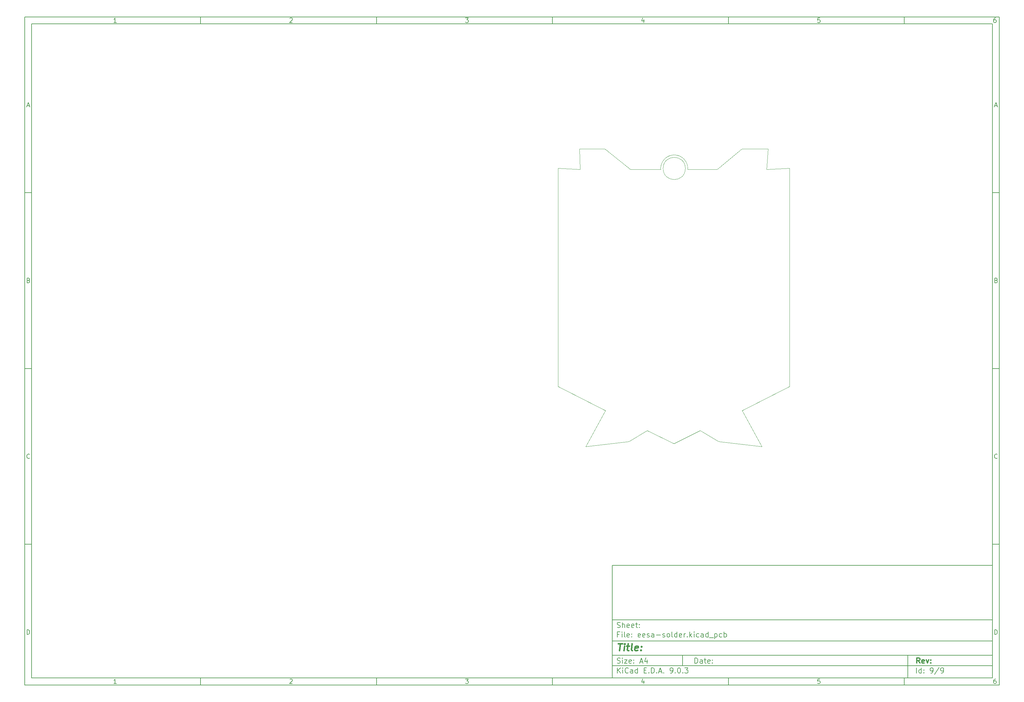
<source format=gbr>
%TF.GenerationSoftware,KiCad,Pcbnew,9.0.3*%
%TF.CreationDate,2025-07-28T16:08:30-05:00*%
%TF.ProjectId,eesa-solder,65657361-2d73-46f6-9c64-65722e6b6963,rev?*%
%TF.SameCoordinates,Original*%
%TF.FileFunction,Profile,NP*%
%FSLAX46Y46*%
G04 Gerber Fmt 4.6, Leading zero omitted, Abs format (unit mm)*
G04 Created by KiCad (PCBNEW 9.0.3) date 2025-07-28 16:08:30*
%MOMM*%
%LPD*%
G01*
G04 APERTURE LIST*
%ADD10C,0.100000*%
%ADD11C,0.150000*%
%ADD12C,0.300000*%
%ADD13C,0.400000*%
%TA.AperFunction,Profile*%
%ADD14C,0.050000*%
%TD*%
G04 APERTURE END LIST*
D10*
D11*
X177002200Y-166007200D02*
X285002200Y-166007200D01*
X285002200Y-198007200D01*
X177002200Y-198007200D01*
X177002200Y-166007200D01*
D10*
D11*
X10000000Y-10000000D02*
X287002200Y-10000000D01*
X287002200Y-200007200D01*
X10000000Y-200007200D01*
X10000000Y-10000000D01*
D10*
D11*
X12000000Y-12000000D02*
X285002200Y-12000000D01*
X285002200Y-198007200D01*
X12000000Y-198007200D01*
X12000000Y-12000000D01*
D10*
D11*
X60000000Y-12000000D02*
X60000000Y-10000000D01*
D10*
D11*
X110000000Y-12000000D02*
X110000000Y-10000000D01*
D10*
D11*
X160000000Y-12000000D02*
X160000000Y-10000000D01*
D10*
D11*
X210000000Y-12000000D02*
X210000000Y-10000000D01*
D10*
D11*
X260000000Y-12000000D02*
X260000000Y-10000000D01*
D10*
D11*
X36089160Y-11593604D02*
X35346303Y-11593604D01*
X35717731Y-11593604D02*
X35717731Y-10293604D01*
X35717731Y-10293604D02*
X35593922Y-10479319D01*
X35593922Y-10479319D02*
X35470112Y-10603128D01*
X35470112Y-10603128D02*
X35346303Y-10665033D01*
D10*
D11*
X85346303Y-10417414D02*
X85408207Y-10355509D01*
X85408207Y-10355509D02*
X85532017Y-10293604D01*
X85532017Y-10293604D02*
X85841541Y-10293604D01*
X85841541Y-10293604D02*
X85965350Y-10355509D01*
X85965350Y-10355509D02*
X86027255Y-10417414D01*
X86027255Y-10417414D02*
X86089160Y-10541223D01*
X86089160Y-10541223D02*
X86089160Y-10665033D01*
X86089160Y-10665033D02*
X86027255Y-10850747D01*
X86027255Y-10850747D02*
X85284398Y-11593604D01*
X85284398Y-11593604D02*
X86089160Y-11593604D01*
D10*
D11*
X135284398Y-10293604D02*
X136089160Y-10293604D01*
X136089160Y-10293604D02*
X135655826Y-10788842D01*
X135655826Y-10788842D02*
X135841541Y-10788842D01*
X135841541Y-10788842D02*
X135965350Y-10850747D01*
X135965350Y-10850747D02*
X136027255Y-10912652D01*
X136027255Y-10912652D02*
X136089160Y-11036461D01*
X136089160Y-11036461D02*
X136089160Y-11345985D01*
X136089160Y-11345985D02*
X136027255Y-11469795D01*
X136027255Y-11469795D02*
X135965350Y-11531700D01*
X135965350Y-11531700D02*
X135841541Y-11593604D01*
X135841541Y-11593604D02*
X135470112Y-11593604D01*
X135470112Y-11593604D02*
X135346303Y-11531700D01*
X135346303Y-11531700D02*
X135284398Y-11469795D01*
D10*
D11*
X185965350Y-10726938D02*
X185965350Y-11593604D01*
X185655826Y-10231700D02*
X185346303Y-11160271D01*
X185346303Y-11160271D02*
X186151064Y-11160271D01*
D10*
D11*
X236027255Y-10293604D02*
X235408207Y-10293604D01*
X235408207Y-10293604D02*
X235346303Y-10912652D01*
X235346303Y-10912652D02*
X235408207Y-10850747D01*
X235408207Y-10850747D02*
X235532017Y-10788842D01*
X235532017Y-10788842D02*
X235841541Y-10788842D01*
X235841541Y-10788842D02*
X235965350Y-10850747D01*
X235965350Y-10850747D02*
X236027255Y-10912652D01*
X236027255Y-10912652D02*
X236089160Y-11036461D01*
X236089160Y-11036461D02*
X236089160Y-11345985D01*
X236089160Y-11345985D02*
X236027255Y-11469795D01*
X236027255Y-11469795D02*
X235965350Y-11531700D01*
X235965350Y-11531700D02*
X235841541Y-11593604D01*
X235841541Y-11593604D02*
X235532017Y-11593604D01*
X235532017Y-11593604D02*
X235408207Y-11531700D01*
X235408207Y-11531700D02*
X235346303Y-11469795D01*
D10*
D11*
X285965350Y-10293604D02*
X285717731Y-10293604D01*
X285717731Y-10293604D02*
X285593922Y-10355509D01*
X285593922Y-10355509D02*
X285532017Y-10417414D01*
X285532017Y-10417414D02*
X285408207Y-10603128D01*
X285408207Y-10603128D02*
X285346303Y-10850747D01*
X285346303Y-10850747D02*
X285346303Y-11345985D01*
X285346303Y-11345985D02*
X285408207Y-11469795D01*
X285408207Y-11469795D02*
X285470112Y-11531700D01*
X285470112Y-11531700D02*
X285593922Y-11593604D01*
X285593922Y-11593604D02*
X285841541Y-11593604D01*
X285841541Y-11593604D02*
X285965350Y-11531700D01*
X285965350Y-11531700D02*
X286027255Y-11469795D01*
X286027255Y-11469795D02*
X286089160Y-11345985D01*
X286089160Y-11345985D02*
X286089160Y-11036461D01*
X286089160Y-11036461D02*
X286027255Y-10912652D01*
X286027255Y-10912652D02*
X285965350Y-10850747D01*
X285965350Y-10850747D02*
X285841541Y-10788842D01*
X285841541Y-10788842D02*
X285593922Y-10788842D01*
X285593922Y-10788842D02*
X285470112Y-10850747D01*
X285470112Y-10850747D02*
X285408207Y-10912652D01*
X285408207Y-10912652D02*
X285346303Y-11036461D01*
D10*
D11*
X60000000Y-198007200D02*
X60000000Y-200007200D01*
D10*
D11*
X110000000Y-198007200D02*
X110000000Y-200007200D01*
D10*
D11*
X160000000Y-198007200D02*
X160000000Y-200007200D01*
D10*
D11*
X210000000Y-198007200D02*
X210000000Y-200007200D01*
D10*
D11*
X260000000Y-198007200D02*
X260000000Y-200007200D01*
D10*
D11*
X36089160Y-199600804D02*
X35346303Y-199600804D01*
X35717731Y-199600804D02*
X35717731Y-198300804D01*
X35717731Y-198300804D02*
X35593922Y-198486519D01*
X35593922Y-198486519D02*
X35470112Y-198610328D01*
X35470112Y-198610328D02*
X35346303Y-198672233D01*
D10*
D11*
X85346303Y-198424614D02*
X85408207Y-198362709D01*
X85408207Y-198362709D02*
X85532017Y-198300804D01*
X85532017Y-198300804D02*
X85841541Y-198300804D01*
X85841541Y-198300804D02*
X85965350Y-198362709D01*
X85965350Y-198362709D02*
X86027255Y-198424614D01*
X86027255Y-198424614D02*
X86089160Y-198548423D01*
X86089160Y-198548423D02*
X86089160Y-198672233D01*
X86089160Y-198672233D02*
X86027255Y-198857947D01*
X86027255Y-198857947D02*
X85284398Y-199600804D01*
X85284398Y-199600804D02*
X86089160Y-199600804D01*
D10*
D11*
X135284398Y-198300804D02*
X136089160Y-198300804D01*
X136089160Y-198300804D02*
X135655826Y-198796042D01*
X135655826Y-198796042D02*
X135841541Y-198796042D01*
X135841541Y-198796042D02*
X135965350Y-198857947D01*
X135965350Y-198857947D02*
X136027255Y-198919852D01*
X136027255Y-198919852D02*
X136089160Y-199043661D01*
X136089160Y-199043661D02*
X136089160Y-199353185D01*
X136089160Y-199353185D02*
X136027255Y-199476995D01*
X136027255Y-199476995D02*
X135965350Y-199538900D01*
X135965350Y-199538900D02*
X135841541Y-199600804D01*
X135841541Y-199600804D02*
X135470112Y-199600804D01*
X135470112Y-199600804D02*
X135346303Y-199538900D01*
X135346303Y-199538900D02*
X135284398Y-199476995D01*
D10*
D11*
X185965350Y-198734138D02*
X185965350Y-199600804D01*
X185655826Y-198238900D02*
X185346303Y-199167471D01*
X185346303Y-199167471D02*
X186151064Y-199167471D01*
D10*
D11*
X236027255Y-198300804D02*
X235408207Y-198300804D01*
X235408207Y-198300804D02*
X235346303Y-198919852D01*
X235346303Y-198919852D02*
X235408207Y-198857947D01*
X235408207Y-198857947D02*
X235532017Y-198796042D01*
X235532017Y-198796042D02*
X235841541Y-198796042D01*
X235841541Y-198796042D02*
X235965350Y-198857947D01*
X235965350Y-198857947D02*
X236027255Y-198919852D01*
X236027255Y-198919852D02*
X236089160Y-199043661D01*
X236089160Y-199043661D02*
X236089160Y-199353185D01*
X236089160Y-199353185D02*
X236027255Y-199476995D01*
X236027255Y-199476995D02*
X235965350Y-199538900D01*
X235965350Y-199538900D02*
X235841541Y-199600804D01*
X235841541Y-199600804D02*
X235532017Y-199600804D01*
X235532017Y-199600804D02*
X235408207Y-199538900D01*
X235408207Y-199538900D02*
X235346303Y-199476995D01*
D10*
D11*
X285965350Y-198300804D02*
X285717731Y-198300804D01*
X285717731Y-198300804D02*
X285593922Y-198362709D01*
X285593922Y-198362709D02*
X285532017Y-198424614D01*
X285532017Y-198424614D02*
X285408207Y-198610328D01*
X285408207Y-198610328D02*
X285346303Y-198857947D01*
X285346303Y-198857947D02*
X285346303Y-199353185D01*
X285346303Y-199353185D02*
X285408207Y-199476995D01*
X285408207Y-199476995D02*
X285470112Y-199538900D01*
X285470112Y-199538900D02*
X285593922Y-199600804D01*
X285593922Y-199600804D02*
X285841541Y-199600804D01*
X285841541Y-199600804D02*
X285965350Y-199538900D01*
X285965350Y-199538900D02*
X286027255Y-199476995D01*
X286027255Y-199476995D02*
X286089160Y-199353185D01*
X286089160Y-199353185D02*
X286089160Y-199043661D01*
X286089160Y-199043661D02*
X286027255Y-198919852D01*
X286027255Y-198919852D02*
X285965350Y-198857947D01*
X285965350Y-198857947D02*
X285841541Y-198796042D01*
X285841541Y-198796042D02*
X285593922Y-198796042D01*
X285593922Y-198796042D02*
X285470112Y-198857947D01*
X285470112Y-198857947D02*
X285408207Y-198919852D01*
X285408207Y-198919852D02*
X285346303Y-199043661D01*
D10*
D11*
X10000000Y-60000000D02*
X12000000Y-60000000D01*
D10*
D11*
X10000000Y-110000000D02*
X12000000Y-110000000D01*
D10*
D11*
X10000000Y-160000000D02*
X12000000Y-160000000D01*
D10*
D11*
X10690476Y-35222176D02*
X11309523Y-35222176D01*
X10566666Y-35593604D02*
X10999999Y-34293604D01*
X10999999Y-34293604D02*
X11433333Y-35593604D01*
D10*
D11*
X11092857Y-84912652D02*
X11278571Y-84974557D01*
X11278571Y-84974557D02*
X11340476Y-85036461D01*
X11340476Y-85036461D02*
X11402380Y-85160271D01*
X11402380Y-85160271D02*
X11402380Y-85345985D01*
X11402380Y-85345985D02*
X11340476Y-85469795D01*
X11340476Y-85469795D02*
X11278571Y-85531700D01*
X11278571Y-85531700D02*
X11154761Y-85593604D01*
X11154761Y-85593604D02*
X10659523Y-85593604D01*
X10659523Y-85593604D02*
X10659523Y-84293604D01*
X10659523Y-84293604D02*
X11092857Y-84293604D01*
X11092857Y-84293604D02*
X11216666Y-84355509D01*
X11216666Y-84355509D02*
X11278571Y-84417414D01*
X11278571Y-84417414D02*
X11340476Y-84541223D01*
X11340476Y-84541223D02*
X11340476Y-84665033D01*
X11340476Y-84665033D02*
X11278571Y-84788842D01*
X11278571Y-84788842D02*
X11216666Y-84850747D01*
X11216666Y-84850747D02*
X11092857Y-84912652D01*
X11092857Y-84912652D02*
X10659523Y-84912652D01*
D10*
D11*
X11402380Y-135469795D02*
X11340476Y-135531700D01*
X11340476Y-135531700D02*
X11154761Y-135593604D01*
X11154761Y-135593604D02*
X11030952Y-135593604D01*
X11030952Y-135593604D02*
X10845238Y-135531700D01*
X10845238Y-135531700D02*
X10721428Y-135407890D01*
X10721428Y-135407890D02*
X10659523Y-135284080D01*
X10659523Y-135284080D02*
X10597619Y-135036461D01*
X10597619Y-135036461D02*
X10597619Y-134850747D01*
X10597619Y-134850747D02*
X10659523Y-134603128D01*
X10659523Y-134603128D02*
X10721428Y-134479319D01*
X10721428Y-134479319D02*
X10845238Y-134355509D01*
X10845238Y-134355509D02*
X11030952Y-134293604D01*
X11030952Y-134293604D02*
X11154761Y-134293604D01*
X11154761Y-134293604D02*
X11340476Y-134355509D01*
X11340476Y-134355509D02*
X11402380Y-134417414D01*
D10*
D11*
X10659523Y-185593604D02*
X10659523Y-184293604D01*
X10659523Y-184293604D02*
X10969047Y-184293604D01*
X10969047Y-184293604D02*
X11154761Y-184355509D01*
X11154761Y-184355509D02*
X11278571Y-184479319D01*
X11278571Y-184479319D02*
X11340476Y-184603128D01*
X11340476Y-184603128D02*
X11402380Y-184850747D01*
X11402380Y-184850747D02*
X11402380Y-185036461D01*
X11402380Y-185036461D02*
X11340476Y-185284080D01*
X11340476Y-185284080D02*
X11278571Y-185407890D01*
X11278571Y-185407890D02*
X11154761Y-185531700D01*
X11154761Y-185531700D02*
X10969047Y-185593604D01*
X10969047Y-185593604D02*
X10659523Y-185593604D01*
D10*
D11*
X287002200Y-60000000D02*
X285002200Y-60000000D01*
D10*
D11*
X287002200Y-110000000D02*
X285002200Y-110000000D01*
D10*
D11*
X287002200Y-160000000D02*
X285002200Y-160000000D01*
D10*
D11*
X285692676Y-35222176D02*
X286311723Y-35222176D01*
X285568866Y-35593604D02*
X286002199Y-34293604D01*
X286002199Y-34293604D02*
X286435533Y-35593604D01*
D10*
D11*
X286095057Y-84912652D02*
X286280771Y-84974557D01*
X286280771Y-84974557D02*
X286342676Y-85036461D01*
X286342676Y-85036461D02*
X286404580Y-85160271D01*
X286404580Y-85160271D02*
X286404580Y-85345985D01*
X286404580Y-85345985D02*
X286342676Y-85469795D01*
X286342676Y-85469795D02*
X286280771Y-85531700D01*
X286280771Y-85531700D02*
X286156961Y-85593604D01*
X286156961Y-85593604D02*
X285661723Y-85593604D01*
X285661723Y-85593604D02*
X285661723Y-84293604D01*
X285661723Y-84293604D02*
X286095057Y-84293604D01*
X286095057Y-84293604D02*
X286218866Y-84355509D01*
X286218866Y-84355509D02*
X286280771Y-84417414D01*
X286280771Y-84417414D02*
X286342676Y-84541223D01*
X286342676Y-84541223D02*
X286342676Y-84665033D01*
X286342676Y-84665033D02*
X286280771Y-84788842D01*
X286280771Y-84788842D02*
X286218866Y-84850747D01*
X286218866Y-84850747D02*
X286095057Y-84912652D01*
X286095057Y-84912652D02*
X285661723Y-84912652D01*
D10*
D11*
X286404580Y-135469795D02*
X286342676Y-135531700D01*
X286342676Y-135531700D02*
X286156961Y-135593604D01*
X286156961Y-135593604D02*
X286033152Y-135593604D01*
X286033152Y-135593604D02*
X285847438Y-135531700D01*
X285847438Y-135531700D02*
X285723628Y-135407890D01*
X285723628Y-135407890D02*
X285661723Y-135284080D01*
X285661723Y-135284080D02*
X285599819Y-135036461D01*
X285599819Y-135036461D02*
X285599819Y-134850747D01*
X285599819Y-134850747D02*
X285661723Y-134603128D01*
X285661723Y-134603128D02*
X285723628Y-134479319D01*
X285723628Y-134479319D02*
X285847438Y-134355509D01*
X285847438Y-134355509D02*
X286033152Y-134293604D01*
X286033152Y-134293604D02*
X286156961Y-134293604D01*
X286156961Y-134293604D02*
X286342676Y-134355509D01*
X286342676Y-134355509D02*
X286404580Y-134417414D01*
D10*
D11*
X285661723Y-185593604D02*
X285661723Y-184293604D01*
X285661723Y-184293604D02*
X285971247Y-184293604D01*
X285971247Y-184293604D02*
X286156961Y-184355509D01*
X286156961Y-184355509D02*
X286280771Y-184479319D01*
X286280771Y-184479319D02*
X286342676Y-184603128D01*
X286342676Y-184603128D02*
X286404580Y-184850747D01*
X286404580Y-184850747D02*
X286404580Y-185036461D01*
X286404580Y-185036461D02*
X286342676Y-185284080D01*
X286342676Y-185284080D02*
X286280771Y-185407890D01*
X286280771Y-185407890D02*
X286156961Y-185531700D01*
X286156961Y-185531700D02*
X285971247Y-185593604D01*
X285971247Y-185593604D02*
X285661723Y-185593604D01*
D10*
D11*
X200458026Y-193793328D02*
X200458026Y-192293328D01*
X200458026Y-192293328D02*
X200815169Y-192293328D01*
X200815169Y-192293328D02*
X201029455Y-192364757D01*
X201029455Y-192364757D02*
X201172312Y-192507614D01*
X201172312Y-192507614D02*
X201243741Y-192650471D01*
X201243741Y-192650471D02*
X201315169Y-192936185D01*
X201315169Y-192936185D02*
X201315169Y-193150471D01*
X201315169Y-193150471D02*
X201243741Y-193436185D01*
X201243741Y-193436185D02*
X201172312Y-193579042D01*
X201172312Y-193579042D02*
X201029455Y-193721900D01*
X201029455Y-193721900D02*
X200815169Y-193793328D01*
X200815169Y-193793328D02*
X200458026Y-193793328D01*
X202600884Y-193793328D02*
X202600884Y-193007614D01*
X202600884Y-193007614D02*
X202529455Y-192864757D01*
X202529455Y-192864757D02*
X202386598Y-192793328D01*
X202386598Y-192793328D02*
X202100884Y-192793328D01*
X202100884Y-192793328D02*
X201958026Y-192864757D01*
X202600884Y-193721900D02*
X202458026Y-193793328D01*
X202458026Y-193793328D02*
X202100884Y-193793328D01*
X202100884Y-193793328D02*
X201958026Y-193721900D01*
X201958026Y-193721900D02*
X201886598Y-193579042D01*
X201886598Y-193579042D02*
X201886598Y-193436185D01*
X201886598Y-193436185D02*
X201958026Y-193293328D01*
X201958026Y-193293328D02*
X202100884Y-193221900D01*
X202100884Y-193221900D02*
X202458026Y-193221900D01*
X202458026Y-193221900D02*
X202600884Y-193150471D01*
X203100884Y-192793328D02*
X203672312Y-192793328D01*
X203315169Y-192293328D02*
X203315169Y-193579042D01*
X203315169Y-193579042D02*
X203386598Y-193721900D01*
X203386598Y-193721900D02*
X203529455Y-193793328D01*
X203529455Y-193793328D02*
X203672312Y-193793328D01*
X204743741Y-193721900D02*
X204600884Y-193793328D01*
X204600884Y-193793328D02*
X204315170Y-193793328D01*
X204315170Y-193793328D02*
X204172312Y-193721900D01*
X204172312Y-193721900D02*
X204100884Y-193579042D01*
X204100884Y-193579042D02*
X204100884Y-193007614D01*
X204100884Y-193007614D02*
X204172312Y-192864757D01*
X204172312Y-192864757D02*
X204315170Y-192793328D01*
X204315170Y-192793328D02*
X204600884Y-192793328D01*
X204600884Y-192793328D02*
X204743741Y-192864757D01*
X204743741Y-192864757D02*
X204815170Y-193007614D01*
X204815170Y-193007614D02*
X204815170Y-193150471D01*
X204815170Y-193150471D02*
X204100884Y-193293328D01*
X205458026Y-193650471D02*
X205529455Y-193721900D01*
X205529455Y-193721900D02*
X205458026Y-193793328D01*
X205458026Y-193793328D02*
X205386598Y-193721900D01*
X205386598Y-193721900D02*
X205458026Y-193650471D01*
X205458026Y-193650471D02*
X205458026Y-193793328D01*
X205458026Y-192864757D02*
X205529455Y-192936185D01*
X205529455Y-192936185D02*
X205458026Y-193007614D01*
X205458026Y-193007614D02*
X205386598Y-192936185D01*
X205386598Y-192936185D02*
X205458026Y-192864757D01*
X205458026Y-192864757D02*
X205458026Y-193007614D01*
D10*
D11*
X177002200Y-194507200D02*
X285002200Y-194507200D01*
D10*
D11*
X178458026Y-196593328D02*
X178458026Y-195093328D01*
X179315169Y-196593328D02*
X178672312Y-195736185D01*
X179315169Y-195093328D02*
X178458026Y-195950471D01*
X179958026Y-196593328D02*
X179958026Y-195593328D01*
X179958026Y-195093328D02*
X179886598Y-195164757D01*
X179886598Y-195164757D02*
X179958026Y-195236185D01*
X179958026Y-195236185D02*
X180029455Y-195164757D01*
X180029455Y-195164757D02*
X179958026Y-195093328D01*
X179958026Y-195093328D02*
X179958026Y-195236185D01*
X181529455Y-196450471D02*
X181458027Y-196521900D01*
X181458027Y-196521900D02*
X181243741Y-196593328D01*
X181243741Y-196593328D02*
X181100884Y-196593328D01*
X181100884Y-196593328D02*
X180886598Y-196521900D01*
X180886598Y-196521900D02*
X180743741Y-196379042D01*
X180743741Y-196379042D02*
X180672312Y-196236185D01*
X180672312Y-196236185D02*
X180600884Y-195950471D01*
X180600884Y-195950471D02*
X180600884Y-195736185D01*
X180600884Y-195736185D02*
X180672312Y-195450471D01*
X180672312Y-195450471D02*
X180743741Y-195307614D01*
X180743741Y-195307614D02*
X180886598Y-195164757D01*
X180886598Y-195164757D02*
X181100884Y-195093328D01*
X181100884Y-195093328D02*
X181243741Y-195093328D01*
X181243741Y-195093328D02*
X181458027Y-195164757D01*
X181458027Y-195164757D02*
X181529455Y-195236185D01*
X182815170Y-196593328D02*
X182815170Y-195807614D01*
X182815170Y-195807614D02*
X182743741Y-195664757D01*
X182743741Y-195664757D02*
X182600884Y-195593328D01*
X182600884Y-195593328D02*
X182315170Y-195593328D01*
X182315170Y-195593328D02*
X182172312Y-195664757D01*
X182815170Y-196521900D02*
X182672312Y-196593328D01*
X182672312Y-196593328D02*
X182315170Y-196593328D01*
X182315170Y-196593328D02*
X182172312Y-196521900D01*
X182172312Y-196521900D02*
X182100884Y-196379042D01*
X182100884Y-196379042D02*
X182100884Y-196236185D01*
X182100884Y-196236185D02*
X182172312Y-196093328D01*
X182172312Y-196093328D02*
X182315170Y-196021900D01*
X182315170Y-196021900D02*
X182672312Y-196021900D01*
X182672312Y-196021900D02*
X182815170Y-195950471D01*
X184172313Y-196593328D02*
X184172313Y-195093328D01*
X184172313Y-196521900D02*
X184029455Y-196593328D01*
X184029455Y-196593328D02*
X183743741Y-196593328D01*
X183743741Y-196593328D02*
X183600884Y-196521900D01*
X183600884Y-196521900D02*
X183529455Y-196450471D01*
X183529455Y-196450471D02*
X183458027Y-196307614D01*
X183458027Y-196307614D02*
X183458027Y-195879042D01*
X183458027Y-195879042D02*
X183529455Y-195736185D01*
X183529455Y-195736185D02*
X183600884Y-195664757D01*
X183600884Y-195664757D02*
X183743741Y-195593328D01*
X183743741Y-195593328D02*
X184029455Y-195593328D01*
X184029455Y-195593328D02*
X184172313Y-195664757D01*
X186029455Y-195807614D02*
X186529455Y-195807614D01*
X186743741Y-196593328D02*
X186029455Y-196593328D01*
X186029455Y-196593328D02*
X186029455Y-195093328D01*
X186029455Y-195093328D02*
X186743741Y-195093328D01*
X187386598Y-196450471D02*
X187458027Y-196521900D01*
X187458027Y-196521900D02*
X187386598Y-196593328D01*
X187386598Y-196593328D02*
X187315170Y-196521900D01*
X187315170Y-196521900D02*
X187386598Y-196450471D01*
X187386598Y-196450471D02*
X187386598Y-196593328D01*
X188100884Y-196593328D02*
X188100884Y-195093328D01*
X188100884Y-195093328D02*
X188458027Y-195093328D01*
X188458027Y-195093328D02*
X188672313Y-195164757D01*
X188672313Y-195164757D02*
X188815170Y-195307614D01*
X188815170Y-195307614D02*
X188886599Y-195450471D01*
X188886599Y-195450471D02*
X188958027Y-195736185D01*
X188958027Y-195736185D02*
X188958027Y-195950471D01*
X188958027Y-195950471D02*
X188886599Y-196236185D01*
X188886599Y-196236185D02*
X188815170Y-196379042D01*
X188815170Y-196379042D02*
X188672313Y-196521900D01*
X188672313Y-196521900D02*
X188458027Y-196593328D01*
X188458027Y-196593328D02*
X188100884Y-196593328D01*
X189600884Y-196450471D02*
X189672313Y-196521900D01*
X189672313Y-196521900D02*
X189600884Y-196593328D01*
X189600884Y-196593328D02*
X189529456Y-196521900D01*
X189529456Y-196521900D02*
X189600884Y-196450471D01*
X189600884Y-196450471D02*
X189600884Y-196593328D01*
X190243742Y-196164757D02*
X190958028Y-196164757D01*
X190100885Y-196593328D02*
X190600885Y-195093328D01*
X190600885Y-195093328D02*
X191100885Y-196593328D01*
X191600884Y-196450471D02*
X191672313Y-196521900D01*
X191672313Y-196521900D02*
X191600884Y-196593328D01*
X191600884Y-196593328D02*
X191529456Y-196521900D01*
X191529456Y-196521900D02*
X191600884Y-196450471D01*
X191600884Y-196450471D02*
X191600884Y-196593328D01*
X193529456Y-196593328D02*
X193815170Y-196593328D01*
X193815170Y-196593328D02*
X193958027Y-196521900D01*
X193958027Y-196521900D02*
X194029456Y-196450471D01*
X194029456Y-196450471D02*
X194172313Y-196236185D01*
X194172313Y-196236185D02*
X194243742Y-195950471D01*
X194243742Y-195950471D02*
X194243742Y-195379042D01*
X194243742Y-195379042D02*
X194172313Y-195236185D01*
X194172313Y-195236185D02*
X194100885Y-195164757D01*
X194100885Y-195164757D02*
X193958027Y-195093328D01*
X193958027Y-195093328D02*
X193672313Y-195093328D01*
X193672313Y-195093328D02*
X193529456Y-195164757D01*
X193529456Y-195164757D02*
X193458027Y-195236185D01*
X193458027Y-195236185D02*
X193386599Y-195379042D01*
X193386599Y-195379042D02*
X193386599Y-195736185D01*
X193386599Y-195736185D02*
X193458027Y-195879042D01*
X193458027Y-195879042D02*
X193529456Y-195950471D01*
X193529456Y-195950471D02*
X193672313Y-196021900D01*
X193672313Y-196021900D02*
X193958027Y-196021900D01*
X193958027Y-196021900D02*
X194100885Y-195950471D01*
X194100885Y-195950471D02*
X194172313Y-195879042D01*
X194172313Y-195879042D02*
X194243742Y-195736185D01*
X194886598Y-196450471D02*
X194958027Y-196521900D01*
X194958027Y-196521900D02*
X194886598Y-196593328D01*
X194886598Y-196593328D02*
X194815170Y-196521900D01*
X194815170Y-196521900D02*
X194886598Y-196450471D01*
X194886598Y-196450471D02*
X194886598Y-196593328D01*
X195886599Y-195093328D02*
X196029456Y-195093328D01*
X196029456Y-195093328D02*
X196172313Y-195164757D01*
X196172313Y-195164757D02*
X196243742Y-195236185D01*
X196243742Y-195236185D02*
X196315170Y-195379042D01*
X196315170Y-195379042D02*
X196386599Y-195664757D01*
X196386599Y-195664757D02*
X196386599Y-196021900D01*
X196386599Y-196021900D02*
X196315170Y-196307614D01*
X196315170Y-196307614D02*
X196243742Y-196450471D01*
X196243742Y-196450471D02*
X196172313Y-196521900D01*
X196172313Y-196521900D02*
X196029456Y-196593328D01*
X196029456Y-196593328D02*
X195886599Y-196593328D01*
X195886599Y-196593328D02*
X195743742Y-196521900D01*
X195743742Y-196521900D02*
X195672313Y-196450471D01*
X195672313Y-196450471D02*
X195600884Y-196307614D01*
X195600884Y-196307614D02*
X195529456Y-196021900D01*
X195529456Y-196021900D02*
X195529456Y-195664757D01*
X195529456Y-195664757D02*
X195600884Y-195379042D01*
X195600884Y-195379042D02*
X195672313Y-195236185D01*
X195672313Y-195236185D02*
X195743742Y-195164757D01*
X195743742Y-195164757D02*
X195886599Y-195093328D01*
X197029455Y-196450471D02*
X197100884Y-196521900D01*
X197100884Y-196521900D02*
X197029455Y-196593328D01*
X197029455Y-196593328D02*
X196958027Y-196521900D01*
X196958027Y-196521900D02*
X197029455Y-196450471D01*
X197029455Y-196450471D02*
X197029455Y-196593328D01*
X197600884Y-195093328D02*
X198529456Y-195093328D01*
X198529456Y-195093328D02*
X198029456Y-195664757D01*
X198029456Y-195664757D02*
X198243741Y-195664757D01*
X198243741Y-195664757D02*
X198386599Y-195736185D01*
X198386599Y-195736185D02*
X198458027Y-195807614D01*
X198458027Y-195807614D02*
X198529456Y-195950471D01*
X198529456Y-195950471D02*
X198529456Y-196307614D01*
X198529456Y-196307614D02*
X198458027Y-196450471D01*
X198458027Y-196450471D02*
X198386599Y-196521900D01*
X198386599Y-196521900D02*
X198243741Y-196593328D01*
X198243741Y-196593328D02*
X197815170Y-196593328D01*
X197815170Y-196593328D02*
X197672313Y-196521900D01*
X197672313Y-196521900D02*
X197600884Y-196450471D01*
D10*
D11*
X177002200Y-191507200D02*
X285002200Y-191507200D01*
D10*
D12*
X264413853Y-193785528D02*
X263913853Y-193071242D01*
X263556710Y-193785528D02*
X263556710Y-192285528D01*
X263556710Y-192285528D02*
X264128139Y-192285528D01*
X264128139Y-192285528D02*
X264270996Y-192356957D01*
X264270996Y-192356957D02*
X264342425Y-192428385D01*
X264342425Y-192428385D02*
X264413853Y-192571242D01*
X264413853Y-192571242D02*
X264413853Y-192785528D01*
X264413853Y-192785528D02*
X264342425Y-192928385D01*
X264342425Y-192928385D02*
X264270996Y-192999814D01*
X264270996Y-192999814D02*
X264128139Y-193071242D01*
X264128139Y-193071242D02*
X263556710Y-193071242D01*
X265628139Y-193714100D02*
X265485282Y-193785528D01*
X265485282Y-193785528D02*
X265199568Y-193785528D01*
X265199568Y-193785528D02*
X265056710Y-193714100D01*
X265056710Y-193714100D02*
X264985282Y-193571242D01*
X264985282Y-193571242D02*
X264985282Y-192999814D01*
X264985282Y-192999814D02*
X265056710Y-192856957D01*
X265056710Y-192856957D02*
X265199568Y-192785528D01*
X265199568Y-192785528D02*
X265485282Y-192785528D01*
X265485282Y-192785528D02*
X265628139Y-192856957D01*
X265628139Y-192856957D02*
X265699568Y-192999814D01*
X265699568Y-192999814D02*
X265699568Y-193142671D01*
X265699568Y-193142671D02*
X264985282Y-193285528D01*
X266199567Y-192785528D02*
X266556710Y-193785528D01*
X266556710Y-193785528D02*
X266913853Y-192785528D01*
X267485281Y-193642671D02*
X267556710Y-193714100D01*
X267556710Y-193714100D02*
X267485281Y-193785528D01*
X267485281Y-193785528D02*
X267413853Y-193714100D01*
X267413853Y-193714100D02*
X267485281Y-193642671D01*
X267485281Y-193642671D02*
X267485281Y-193785528D01*
X267485281Y-192856957D02*
X267556710Y-192928385D01*
X267556710Y-192928385D02*
X267485281Y-192999814D01*
X267485281Y-192999814D02*
X267413853Y-192928385D01*
X267413853Y-192928385D02*
X267485281Y-192856957D01*
X267485281Y-192856957D02*
X267485281Y-192999814D01*
D10*
D11*
X178386598Y-193721900D02*
X178600884Y-193793328D01*
X178600884Y-193793328D02*
X178958026Y-193793328D01*
X178958026Y-193793328D02*
X179100884Y-193721900D01*
X179100884Y-193721900D02*
X179172312Y-193650471D01*
X179172312Y-193650471D02*
X179243741Y-193507614D01*
X179243741Y-193507614D02*
X179243741Y-193364757D01*
X179243741Y-193364757D02*
X179172312Y-193221900D01*
X179172312Y-193221900D02*
X179100884Y-193150471D01*
X179100884Y-193150471D02*
X178958026Y-193079042D01*
X178958026Y-193079042D02*
X178672312Y-193007614D01*
X178672312Y-193007614D02*
X178529455Y-192936185D01*
X178529455Y-192936185D02*
X178458026Y-192864757D01*
X178458026Y-192864757D02*
X178386598Y-192721900D01*
X178386598Y-192721900D02*
X178386598Y-192579042D01*
X178386598Y-192579042D02*
X178458026Y-192436185D01*
X178458026Y-192436185D02*
X178529455Y-192364757D01*
X178529455Y-192364757D02*
X178672312Y-192293328D01*
X178672312Y-192293328D02*
X179029455Y-192293328D01*
X179029455Y-192293328D02*
X179243741Y-192364757D01*
X179886597Y-193793328D02*
X179886597Y-192793328D01*
X179886597Y-192293328D02*
X179815169Y-192364757D01*
X179815169Y-192364757D02*
X179886597Y-192436185D01*
X179886597Y-192436185D02*
X179958026Y-192364757D01*
X179958026Y-192364757D02*
X179886597Y-192293328D01*
X179886597Y-192293328D02*
X179886597Y-192436185D01*
X180458026Y-192793328D02*
X181243741Y-192793328D01*
X181243741Y-192793328D02*
X180458026Y-193793328D01*
X180458026Y-193793328D02*
X181243741Y-193793328D01*
X182386598Y-193721900D02*
X182243741Y-193793328D01*
X182243741Y-193793328D02*
X181958027Y-193793328D01*
X181958027Y-193793328D02*
X181815169Y-193721900D01*
X181815169Y-193721900D02*
X181743741Y-193579042D01*
X181743741Y-193579042D02*
X181743741Y-193007614D01*
X181743741Y-193007614D02*
X181815169Y-192864757D01*
X181815169Y-192864757D02*
X181958027Y-192793328D01*
X181958027Y-192793328D02*
X182243741Y-192793328D01*
X182243741Y-192793328D02*
X182386598Y-192864757D01*
X182386598Y-192864757D02*
X182458027Y-193007614D01*
X182458027Y-193007614D02*
X182458027Y-193150471D01*
X182458027Y-193150471D02*
X181743741Y-193293328D01*
X183100883Y-193650471D02*
X183172312Y-193721900D01*
X183172312Y-193721900D02*
X183100883Y-193793328D01*
X183100883Y-193793328D02*
X183029455Y-193721900D01*
X183029455Y-193721900D02*
X183100883Y-193650471D01*
X183100883Y-193650471D02*
X183100883Y-193793328D01*
X183100883Y-192864757D02*
X183172312Y-192936185D01*
X183172312Y-192936185D02*
X183100883Y-193007614D01*
X183100883Y-193007614D02*
X183029455Y-192936185D01*
X183029455Y-192936185D02*
X183100883Y-192864757D01*
X183100883Y-192864757D02*
X183100883Y-193007614D01*
X184886598Y-193364757D02*
X185600884Y-193364757D01*
X184743741Y-193793328D02*
X185243741Y-192293328D01*
X185243741Y-192293328D02*
X185743741Y-193793328D01*
X186886598Y-192793328D02*
X186886598Y-193793328D01*
X186529455Y-192221900D02*
X186172312Y-193293328D01*
X186172312Y-193293328D02*
X187100883Y-193293328D01*
D10*
D11*
X263458026Y-196593328D02*
X263458026Y-195093328D01*
X264815170Y-196593328D02*
X264815170Y-195093328D01*
X264815170Y-196521900D02*
X264672312Y-196593328D01*
X264672312Y-196593328D02*
X264386598Y-196593328D01*
X264386598Y-196593328D02*
X264243741Y-196521900D01*
X264243741Y-196521900D02*
X264172312Y-196450471D01*
X264172312Y-196450471D02*
X264100884Y-196307614D01*
X264100884Y-196307614D02*
X264100884Y-195879042D01*
X264100884Y-195879042D02*
X264172312Y-195736185D01*
X264172312Y-195736185D02*
X264243741Y-195664757D01*
X264243741Y-195664757D02*
X264386598Y-195593328D01*
X264386598Y-195593328D02*
X264672312Y-195593328D01*
X264672312Y-195593328D02*
X264815170Y-195664757D01*
X265529455Y-196450471D02*
X265600884Y-196521900D01*
X265600884Y-196521900D02*
X265529455Y-196593328D01*
X265529455Y-196593328D02*
X265458027Y-196521900D01*
X265458027Y-196521900D02*
X265529455Y-196450471D01*
X265529455Y-196450471D02*
X265529455Y-196593328D01*
X265529455Y-195664757D02*
X265600884Y-195736185D01*
X265600884Y-195736185D02*
X265529455Y-195807614D01*
X265529455Y-195807614D02*
X265458027Y-195736185D01*
X265458027Y-195736185D02*
X265529455Y-195664757D01*
X265529455Y-195664757D02*
X265529455Y-195807614D01*
X267458027Y-196593328D02*
X267743741Y-196593328D01*
X267743741Y-196593328D02*
X267886598Y-196521900D01*
X267886598Y-196521900D02*
X267958027Y-196450471D01*
X267958027Y-196450471D02*
X268100884Y-196236185D01*
X268100884Y-196236185D02*
X268172313Y-195950471D01*
X268172313Y-195950471D02*
X268172313Y-195379042D01*
X268172313Y-195379042D02*
X268100884Y-195236185D01*
X268100884Y-195236185D02*
X268029456Y-195164757D01*
X268029456Y-195164757D02*
X267886598Y-195093328D01*
X267886598Y-195093328D02*
X267600884Y-195093328D01*
X267600884Y-195093328D02*
X267458027Y-195164757D01*
X267458027Y-195164757D02*
X267386598Y-195236185D01*
X267386598Y-195236185D02*
X267315170Y-195379042D01*
X267315170Y-195379042D02*
X267315170Y-195736185D01*
X267315170Y-195736185D02*
X267386598Y-195879042D01*
X267386598Y-195879042D02*
X267458027Y-195950471D01*
X267458027Y-195950471D02*
X267600884Y-196021900D01*
X267600884Y-196021900D02*
X267886598Y-196021900D01*
X267886598Y-196021900D02*
X268029456Y-195950471D01*
X268029456Y-195950471D02*
X268100884Y-195879042D01*
X268100884Y-195879042D02*
X268172313Y-195736185D01*
X269886598Y-195021900D02*
X268600884Y-196950471D01*
X270458027Y-196593328D02*
X270743741Y-196593328D01*
X270743741Y-196593328D02*
X270886598Y-196521900D01*
X270886598Y-196521900D02*
X270958027Y-196450471D01*
X270958027Y-196450471D02*
X271100884Y-196236185D01*
X271100884Y-196236185D02*
X271172313Y-195950471D01*
X271172313Y-195950471D02*
X271172313Y-195379042D01*
X271172313Y-195379042D02*
X271100884Y-195236185D01*
X271100884Y-195236185D02*
X271029456Y-195164757D01*
X271029456Y-195164757D02*
X270886598Y-195093328D01*
X270886598Y-195093328D02*
X270600884Y-195093328D01*
X270600884Y-195093328D02*
X270458027Y-195164757D01*
X270458027Y-195164757D02*
X270386598Y-195236185D01*
X270386598Y-195236185D02*
X270315170Y-195379042D01*
X270315170Y-195379042D02*
X270315170Y-195736185D01*
X270315170Y-195736185D02*
X270386598Y-195879042D01*
X270386598Y-195879042D02*
X270458027Y-195950471D01*
X270458027Y-195950471D02*
X270600884Y-196021900D01*
X270600884Y-196021900D02*
X270886598Y-196021900D01*
X270886598Y-196021900D02*
X271029456Y-195950471D01*
X271029456Y-195950471D02*
X271100884Y-195879042D01*
X271100884Y-195879042D02*
X271172313Y-195736185D01*
D10*
D11*
X177002200Y-187507200D02*
X285002200Y-187507200D01*
D10*
D13*
X178693928Y-188211638D02*
X179836785Y-188211638D01*
X179015357Y-190211638D02*
X179265357Y-188211638D01*
X180253452Y-190211638D02*
X180420119Y-188878304D01*
X180503452Y-188211638D02*
X180396309Y-188306876D01*
X180396309Y-188306876D02*
X180479643Y-188402114D01*
X180479643Y-188402114D02*
X180586786Y-188306876D01*
X180586786Y-188306876D02*
X180503452Y-188211638D01*
X180503452Y-188211638D02*
X180479643Y-188402114D01*
X181086786Y-188878304D02*
X181848690Y-188878304D01*
X181455833Y-188211638D02*
X181241548Y-189925923D01*
X181241548Y-189925923D02*
X181312976Y-190116400D01*
X181312976Y-190116400D02*
X181491548Y-190211638D01*
X181491548Y-190211638D02*
X181682024Y-190211638D01*
X182634405Y-190211638D02*
X182455833Y-190116400D01*
X182455833Y-190116400D02*
X182384405Y-189925923D01*
X182384405Y-189925923D02*
X182598690Y-188211638D01*
X184170119Y-190116400D02*
X183967738Y-190211638D01*
X183967738Y-190211638D02*
X183586785Y-190211638D01*
X183586785Y-190211638D02*
X183408214Y-190116400D01*
X183408214Y-190116400D02*
X183336785Y-189925923D01*
X183336785Y-189925923D02*
X183432024Y-189164019D01*
X183432024Y-189164019D02*
X183551071Y-188973542D01*
X183551071Y-188973542D02*
X183753452Y-188878304D01*
X183753452Y-188878304D02*
X184134404Y-188878304D01*
X184134404Y-188878304D02*
X184312976Y-188973542D01*
X184312976Y-188973542D02*
X184384404Y-189164019D01*
X184384404Y-189164019D02*
X184360595Y-189354495D01*
X184360595Y-189354495D02*
X183384404Y-189544971D01*
X185134405Y-190021161D02*
X185217738Y-190116400D01*
X185217738Y-190116400D02*
X185110595Y-190211638D01*
X185110595Y-190211638D02*
X185027262Y-190116400D01*
X185027262Y-190116400D02*
X185134405Y-190021161D01*
X185134405Y-190021161D02*
X185110595Y-190211638D01*
X185265357Y-188973542D02*
X185348690Y-189068780D01*
X185348690Y-189068780D02*
X185241548Y-189164019D01*
X185241548Y-189164019D02*
X185158214Y-189068780D01*
X185158214Y-189068780D02*
X185265357Y-188973542D01*
X185265357Y-188973542D02*
X185241548Y-189164019D01*
D10*
D11*
X178958026Y-185607614D02*
X178458026Y-185607614D01*
X178458026Y-186393328D02*
X178458026Y-184893328D01*
X178458026Y-184893328D02*
X179172312Y-184893328D01*
X179743740Y-186393328D02*
X179743740Y-185393328D01*
X179743740Y-184893328D02*
X179672312Y-184964757D01*
X179672312Y-184964757D02*
X179743740Y-185036185D01*
X179743740Y-185036185D02*
X179815169Y-184964757D01*
X179815169Y-184964757D02*
X179743740Y-184893328D01*
X179743740Y-184893328D02*
X179743740Y-185036185D01*
X180672312Y-186393328D02*
X180529455Y-186321900D01*
X180529455Y-186321900D02*
X180458026Y-186179042D01*
X180458026Y-186179042D02*
X180458026Y-184893328D01*
X181815169Y-186321900D02*
X181672312Y-186393328D01*
X181672312Y-186393328D02*
X181386598Y-186393328D01*
X181386598Y-186393328D02*
X181243740Y-186321900D01*
X181243740Y-186321900D02*
X181172312Y-186179042D01*
X181172312Y-186179042D02*
X181172312Y-185607614D01*
X181172312Y-185607614D02*
X181243740Y-185464757D01*
X181243740Y-185464757D02*
X181386598Y-185393328D01*
X181386598Y-185393328D02*
X181672312Y-185393328D01*
X181672312Y-185393328D02*
X181815169Y-185464757D01*
X181815169Y-185464757D02*
X181886598Y-185607614D01*
X181886598Y-185607614D02*
X181886598Y-185750471D01*
X181886598Y-185750471D02*
X181172312Y-185893328D01*
X182529454Y-186250471D02*
X182600883Y-186321900D01*
X182600883Y-186321900D02*
X182529454Y-186393328D01*
X182529454Y-186393328D02*
X182458026Y-186321900D01*
X182458026Y-186321900D02*
X182529454Y-186250471D01*
X182529454Y-186250471D02*
X182529454Y-186393328D01*
X182529454Y-185464757D02*
X182600883Y-185536185D01*
X182600883Y-185536185D02*
X182529454Y-185607614D01*
X182529454Y-185607614D02*
X182458026Y-185536185D01*
X182458026Y-185536185D02*
X182529454Y-185464757D01*
X182529454Y-185464757D02*
X182529454Y-185607614D01*
X184958026Y-186321900D02*
X184815169Y-186393328D01*
X184815169Y-186393328D02*
X184529455Y-186393328D01*
X184529455Y-186393328D02*
X184386597Y-186321900D01*
X184386597Y-186321900D02*
X184315169Y-186179042D01*
X184315169Y-186179042D02*
X184315169Y-185607614D01*
X184315169Y-185607614D02*
X184386597Y-185464757D01*
X184386597Y-185464757D02*
X184529455Y-185393328D01*
X184529455Y-185393328D02*
X184815169Y-185393328D01*
X184815169Y-185393328D02*
X184958026Y-185464757D01*
X184958026Y-185464757D02*
X185029455Y-185607614D01*
X185029455Y-185607614D02*
X185029455Y-185750471D01*
X185029455Y-185750471D02*
X184315169Y-185893328D01*
X186243740Y-186321900D02*
X186100883Y-186393328D01*
X186100883Y-186393328D02*
X185815169Y-186393328D01*
X185815169Y-186393328D02*
X185672311Y-186321900D01*
X185672311Y-186321900D02*
X185600883Y-186179042D01*
X185600883Y-186179042D02*
X185600883Y-185607614D01*
X185600883Y-185607614D02*
X185672311Y-185464757D01*
X185672311Y-185464757D02*
X185815169Y-185393328D01*
X185815169Y-185393328D02*
X186100883Y-185393328D01*
X186100883Y-185393328D02*
X186243740Y-185464757D01*
X186243740Y-185464757D02*
X186315169Y-185607614D01*
X186315169Y-185607614D02*
X186315169Y-185750471D01*
X186315169Y-185750471D02*
X185600883Y-185893328D01*
X186886597Y-186321900D02*
X187029454Y-186393328D01*
X187029454Y-186393328D02*
X187315168Y-186393328D01*
X187315168Y-186393328D02*
X187458025Y-186321900D01*
X187458025Y-186321900D02*
X187529454Y-186179042D01*
X187529454Y-186179042D02*
X187529454Y-186107614D01*
X187529454Y-186107614D02*
X187458025Y-185964757D01*
X187458025Y-185964757D02*
X187315168Y-185893328D01*
X187315168Y-185893328D02*
X187100883Y-185893328D01*
X187100883Y-185893328D02*
X186958025Y-185821900D01*
X186958025Y-185821900D02*
X186886597Y-185679042D01*
X186886597Y-185679042D02*
X186886597Y-185607614D01*
X186886597Y-185607614D02*
X186958025Y-185464757D01*
X186958025Y-185464757D02*
X187100883Y-185393328D01*
X187100883Y-185393328D02*
X187315168Y-185393328D01*
X187315168Y-185393328D02*
X187458025Y-185464757D01*
X188815169Y-186393328D02*
X188815169Y-185607614D01*
X188815169Y-185607614D02*
X188743740Y-185464757D01*
X188743740Y-185464757D02*
X188600883Y-185393328D01*
X188600883Y-185393328D02*
X188315169Y-185393328D01*
X188315169Y-185393328D02*
X188172311Y-185464757D01*
X188815169Y-186321900D02*
X188672311Y-186393328D01*
X188672311Y-186393328D02*
X188315169Y-186393328D01*
X188315169Y-186393328D02*
X188172311Y-186321900D01*
X188172311Y-186321900D02*
X188100883Y-186179042D01*
X188100883Y-186179042D02*
X188100883Y-186036185D01*
X188100883Y-186036185D02*
X188172311Y-185893328D01*
X188172311Y-185893328D02*
X188315169Y-185821900D01*
X188315169Y-185821900D02*
X188672311Y-185821900D01*
X188672311Y-185821900D02*
X188815169Y-185750471D01*
X189529454Y-185821900D02*
X190672312Y-185821900D01*
X191315169Y-186321900D02*
X191458026Y-186393328D01*
X191458026Y-186393328D02*
X191743740Y-186393328D01*
X191743740Y-186393328D02*
X191886597Y-186321900D01*
X191886597Y-186321900D02*
X191958026Y-186179042D01*
X191958026Y-186179042D02*
X191958026Y-186107614D01*
X191958026Y-186107614D02*
X191886597Y-185964757D01*
X191886597Y-185964757D02*
X191743740Y-185893328D01*
X191743740Y-185893328D02*
X191529455Y-185893328D01*
X191529455Y-185893328D02*
X191386597Y-185821900D01*
X191386597Y-185821900D02*
X191315169Y-185679042D01*
X191315169Y-185679042D02*
X191315169Y-185607614D01*
X191315169Y-185607614D02*
X191386597Y-185464757D01*
X191386597Y-185464757D02*
X191529455Y-185393328D01*
X191529455Y-185393328D02*
X191743740Y-185393328D01*
X191743740Y-185393328D02*
X191886597Y-185464757D01*
X192815169Y-186393328D02*
X192672312Y-186321900D01*
X192672312Y-186321900D02*
X192600883Y-186250471D01*
X192600883Y-186250471D02*
X192529455Y-186107614D01*
X192529455Y-186107614D02*
X192529455Y-185679042D01*
X192529455Y-185679042D02*
X192600883Y-185536185D01*
X192600883Y-185536185D02*
X192672312Y-185464757D01*
X192672312Y-185464757D02*
X192815169Y-185393328D01*
X192815169Y-185393328D02*
X193029455Y-185393328D01*
X193029455Y-185393328D02*
X193172312Y-185464757D01*
X193172312Y-185464757D02*
X193243741Y-185536185D01*
X193243741Y-185536185D02*
X193315169Y-185679042D01*
X193315169Y-185679042D02*
X193315169Y-186107614D01*
X193315169Y-186107614D02*
X193243741Y-186250471D01*
X193243741Y-186250471D02*
X193172312Y-186321900D01*
X193172312Y-186321900D02*
X193029455Y-186393328D01*
X193029455Y-186393328D02*
X192815169Y-186393328D01*
X194172312Y-186393328D02*
X194029455Y-186321900D01*
X194029455Y-186321900D02*
X193958026Y-186179042D01*
X193958026Y-186179042D02*
X193958026Y-184893328D01*
X195386598Y-186393328D02*
X195386598Y-184893328D01*
X195386598Y-186321900D02*
X195243740Y-186393328D01*
X195243740Y-186393328D02*
X194958026Y-186393328D01*
X194958026Y-186393328D02*
X194815169Y-186321900D01*
X194815169Y-186321900D02*
X194743740Y-186250471D01*
X194743740Y-186250471D02*
X194672312Y-186107614D01*
X194672312Y-186107614D02*
X194672312Y-185679042D01*
X194672312Y-185679042D02*
X194743740Y-185536185D01*
X194743740Y-185536185D02*
X194815169Y-185464757D01*
X194815169Y-185464757D02*
X194958026Y-185393328D01*
X194958026Y-185393328D02*
X195243740Y-185393328D01*
X195243740Y-185393328D02*
X195386598Y-185464757D01*
X196672312Y-186321900D02*
X196529455Y-186393328D01*
X196529455Y-186393328D02*
X196243741Y-186393328D01*
X196243741Y-186393328D02*
X196100883Y-186321900D01*
X196100883Y-186321900D02*
X196029455Y-186179042D01*
X196029455Y-186179042D02*
X196029455Y-185607614D01*
X196029455Y-185607614D02*
X196100883Y-185464757D01*
X196100883Y-185464757D02*
X196243741Y-185393328D01*
X196243741Y-185393328D02*
X196529455Y-185393328D01*
X196529455Y-185393328D02*
X196672312Y-185464757D01*
X196672312Y-185464757D02*
X196743741Y-185607614D01*
X196743741Y-185607614D02*
X196743741Y-185750471D01*
X196743741Y-185750471D02*
X196029455Y-185893328D01*
X197386597Y-186393328D02*
X197386597Y-185393328D01*
X197386597Y-185679042D02*
X197458026Y-185536185D01*
X197458026Y-185536185D02*
X197529455Y-185464757D01*
X197529455Y-185464757D02*
X197672312Y-185393328D01*
X197672312Y-185393328D02*
X197815169Y-185393328D01*
X198315168Y-186250471D02*
X198386597Y-186321900D01*
X198386597Y-186321900D02*
X198315168Y-186393328D01*
X198315168Y-186393328D02*
X198243740Y-186321900D01*
X198243740Y-186321900D02*
X198315168Y-186250471D01*
X198315168Y-186250471D02*
X198315168Y-186393328D01*
X199029454Y-186393328D02*
X199029454Y-184893328D01*
X199172312Y-185821900D02*
X199600883Y-186393328D01*
X199600883Y-185393328D02*
X199029454Y-185964757D01*
X200243740Y-186393328D02*
X200243740Y-185393328D01*
X200243740Y-184893328D02*
X200172312Y-184964757D01*
X200172312Y-184964757D02*
X200243740Y-185036185D01*
X200243740Y-185036185D02*
X200315169Y-184964757D01*
X200315169Y-184964757D02*
X200243740Y-184893328D01*
X200243740Y-184893328D02*
X200243740Y-185036185D01*
X201600884Y-186321900D02*
X201458026Y-186393328D01*
X201458026Y-186393328D02*
X201172312Y-186393328D01*
X201172312Y-186393328D02*
X201029455Y-186321900D01*
X201029455Y-186321900D02*
X200958026Y-186250471D01*
X200958026Y-186250471D02*
X200886598Y-186107614D01*
X200886598Y-186107614D02*
X200886598Y-185679042D01*
X200886598Y-185679042D02*
X200958026Y-185536185D01*
X200958026Y-185536185D02*
X201029455Y-185464757D01*
X201029455Y-185464757D02*
X201172312Y-185393328D01*
X201172312Y-185393328D02*
X201458026Y-185393328D01*
X201458026Y-185393328D02*
X201600884Y-185464757D01*
X202886598Y-186393328D02*
X202886598Y-185607614D01*
X202886598Y-185607614D02*
X202815169Y-185464757D01*
X202815169Y-185464757D02*
X202672312Y-185393328D01*
X202672312Y-185393328D02*
X202386598Y-185393328D01*
X202386598Y-185393328D02*
X202243740Y-185464757D01*
X202886598Y-186321900D02*
X202743740Y-186393328D01*
X202743740Y-186393328D02*
X202386598Y-186393328D01*
X202386598Y-186393328D02*
X202243740Y-186321900D01*
X202243740Y-186321900D02*
X202172312Y-186179042D01*
X202172312Y-186179042D02*
X202172312Y-186036185D01*
X202172312Y-186036185D02*
X202243740Y-185893328D01*
X202243740Y-185893328D02*
X202386598Y-185821900D01*
X202386598Y-185821900D02*
X202743740Y-185821900D01*
X202743740Y-185821900D02*
X202886598Y-185750471D01*
X204243741Y-186393328D02*
X204243741Y-184893328D01*
X204243741Y-186321900D02*
X204100883Y-186393328D01*
X204100883Y-186393328D02*
X203815169Y-186393328D01*
X203815169Y-186393328D02*
X203672312Y-186321900D01*
X203672312Y-186321900D02*
X203600883Y-186250471D01*
X203600883Y-186250471D02*
X203529455Y-186107614D01*
X203529455Y-186107614D02*
X203529455Y-185679042D01*
X203529455Y-185679042D02*
X203600883Y-185536185D01*
X203600883Y-185536185D02*
X203672312Y-185464757D01*
X203672312Y-185464757D02*
X203815169Y-185393328D01*
X203815169Y-185393328D02*
X204100883Y-185393328D01*
X204100883Y-185393328D02*
X204243741Y-185464757D01*
X204600884Y-186536185D02*
X205743741Y-186536185D01*
X206100883Y-185393328D02*
X206100883Y-186893328D01*
X206100883Y-185464757D02*
X206243741Y-185393328D01*
X206243741Y-185393328D02*
X206529455Y-185393328D01*
X206529455Y-185393328D02*
X206672312Y-185464757D01*
X206672312Y-185464757D02*
X206743741Y-185536185D01*
X206743741Y-185536185D02*
X206815169Y-185679042D01*
X206815169Y-185679042D02*
X206815169Y-186107614D01*
X206815169Y-186107614D02*
X206743741Y-186250471D01*
X206743741Y-186250471D02*
X206672312Y-186321900D01*
X206672312Y-186321900D02*
X206529455Y-186393328D01*
X206529455Y-186393328D02*
X206243741Y-186393328D01*
X206243741Y-186393328D02*
X206100883Y-186321900D01*
X208100884Y-186321900D02*
X207958026Y-186393328D01*
X207958026Y-186393328D02*
X207672312Y-186393328D01*
X207672312Y-186393328D02*
X207529455Y-186321900D01*
X207529455Y-186321900D02*
X207458026Y-186250471D01*
X207458026Y-186250471D02*
X207386598Y-186107614D01*
X207386598Y-186107614D02*
X207386598Y-185679042D01*
X207386598Y-185679042D02*
X207458026Y-185536185D01*
X207458026Y-185536185D02*
X207529455Y-185464757D01*
X207529455Y-185464757D02*
X207672312Y-185393328D01*
X207672312Y-185393328D02*
X207958026Y-185393328D01*
X207958026Y-185393328D02*
X208100884Y-185464757D01*
X208743740Y-186393328D02*
X208743740Y-184893328D01*
X208743740Y-185464757D02*
X208886598Y-185393328D01*
X208886598Y-185393328D02*
X209172312Y-185393328D01*
X209172312Y-185393328D02*
X209315169Y-185464757D01*
X209315169Y-185464757D02*
X209386598Y-185536185D01*
X209386598Y-185536185D02*
X209458026Y-185679042D01*
X209458026Y-185679042D02*
X209458026Y-186107614D01*
X209458026Y-186107614D02*
X209386598Y-186250471D01*
X209386598Y-186250471D02*
X209315169Y-186321900D01*
X209315169Y-186321900D02*
X209172312Y-186393328D01*
X209172312Y-186393328D02*
X208886598Y-186393328D01*
X208886598Y-186393328D02*
X208743740Y-186321900D01*
D10*
D11*
X177002200Y-181507200D02*
X285002200Y-181507200D01*
D10*
D11*
X178386598Y-183621900D02*
X178600884Y-183693328D01*
X178600884Y-183693328D02*
X178958026Y-183693328D01*
X178958026Y-183693328D02*
X179100884Y-183621900D01*
X179100884Y-183621900D02*
X179172312Y-183550471D01*
X179172312Y-183550471D02*
X179243741Y-183407614D01*
X179243741Y-183407614D02*
X179243741Y-183264757D01*
X179243741Y-183264757D02*
X179172312Y-183121900D01*
X179172312Y-183121900D02*
X179100884Y-183050471D01*
X179100884Y-183050471D02*
X178958026Y-182979042D01*
X178958026Y-182979042D02*
X178672312Y-182907614D01*
X178672312Y-182907614D02*
X178529455Y-182836185D01*
X178529455Y-182836185D02*
X178458026Y-182764757D01*
X178458026Y-182764757D02*
X178386598Y-182621900D01*
X178386598Y-182621900D02*
X178386598Y-182479042D01*
X178386598Y-182479042D02*
X178458026Y-182336185D01*
X178458026Y-182336185D02*
X178529455Y-182264757D01*
X178529455Y-182264757D02*
X178672312Y-182193328D01*
X178672312Y-182193328D02*
X179029455Y-182193328D01*
X179029455Y-182193328D02*
X179243741Y-182264757D01*
X179886597Y-183693328D02*
X179886597Y-182193328D01*
X180529455Y-183693328D02*
X180529455Y-182907614D01*
X180529455Y-182907614D02*
X180458026Y-182764757D01*
X180458026Y-182764757D02*
X180315169Y-182693328D01*
X180315169Y-182693328D02*
X180100883Y-182693328D01*
X180100883Y-182693328D02*
X179958026Y-182764757D01*
X179958026Y-182764757D02*
X179886597Y-182836185D01*
X181815169Y-183621900D02*
X181672312Y-183693328D01*
X181672312Y-183693328D02*
X181386598Y-183693328D01*
X181386598Y-183693328D02*
X181243740Y-183621900D01*
X181243740Y-183621900D02*
X181172312Y-183479042D01*
X181172312Y-183479042D02*
X181172312Y-182907614D01*
X181172312Y-182907614D02*
X181243740Y-182764757D01*
X181243740Y-182764757D02*
X181386598Y-182693328D01*
X181386598Y-182693328D02*
X181672312Y-182693328D01*
X181672312Y-182693328D02*
X181815169Y-182764757D01*
X181815169Y-182764757D02*
X181886598Y-182907614D01*
X181886598Y-182907614D02*
X181886598Y-183050471D01*
X181886598Y-183050471D02*
X181172312Y-183193328D01*
X183100883Y-183621900D02*
X182958026Y-183693328D01*
X182958026Y-183693328D02*
X182672312Y-183693328D01*
X182672312Y-183693328D02*
X182529454Y-183621900D01*
X182529454Y-183621900D02*
X182458026Y-183479042D01*
X182458026Y-183479042D02*
X182458026Y-182907614D01*
X182458026Y-182907614D02*
X182529454Y-182764757D01*
X182529454Y-182764757D02*
X182672312Y-182693328D01*
X182672312Y-182693328D02*
X182958026Y-182693328D01*
X182958026Y-182693328D02*
X183100883Y-182764757D01*
X183100883Y-182764757D02*
X183172312Y-182907614D01*
X183172312Y-182907614D02*
X183172312Y-183050471D01*
X183172312Y-183050471D02*
X182458026Y-183193328D01*
X183600883Y-182693328D02*
X184172311Y-182693328D01*
X183815168Y-182193328D02*
X183815168Y-183479042D01*
X183815168Y-183479042D02*
X183886597Y-183621900D01*
X183886597Y-183621900D02*
X184029454Y-183693328D01*
X184029454Y-183693328D02*
X184172311Y-183693328D01*
X184672311Y-183550471D02*
X184743740Y-183621900D01*
X184743740Y-183621900D02*
X184672311Y-183693328D01*
X184672311Y-183693328D02*
X184600883Y-183621900D01*
X184600883Y-183621900D02*
X184672311Y-183550471D01*
X184672311Y-183550471D02*
X184672311Y-183693328D01*
X184672311Y-182764757D02*
X184743740Y-182836185D01*
X184743740Y-182836185D02*
X184672311Y-182907614D01*
X184672311Y-182907614D02*
X184600883Y-182836185D01*
X184600883Y-182836185D02*
X184672311Y-182764757D01*
X184672311Y-182764757D02*
X184672311Y-182907614D01*
D10*
D11*
X197002200Y-191507200D02*
X197002200Y-194507200D01*
D10*
D11*
X261002200Y-191507200D02*
X261002200Y-198007200D01*
D14*
X207236489Y-130789380D02*
X201999257Y-127619206D01*
X161600690Y-53065272D02*
X167844583Y-53329165D01*
X174845704Y-47552434D02*
X182129323Y-53329854D01*
X167679216Y-47524869D02*
X174845704Y-47552434D01*
X197757531Y-53100000D02*
G75*
G02*
X191442469Y-53100000I-3157531J0D01*
G01*
X191442469Y-53100000D02*
G75*
G02*
X197757531Y-53100000I3157531J0D01*
G01*
X175053788Y-121981663D02*
X161600690Y-115110768D01*
X213833848Y-47525557D02*
X221247010Y-47524869D01*
X201999257Y-127619206D02*
X194513063Y-131375050D01*
X186922143Y-127620579D02*
X181685594Y-130790761D01*
X221247010Y-47524869D02*
X220852891Y-53331921D01*
X213868302Y-121980954D02*
X219461068Y-132190846D01*
X227320710Y-53067338D02*
X227320710Y-115111416D01*
X194513063Y-131375050D02*
X186922143Y-127620579D01*
X198439460Y-53341951D02*
X206792764Y-53331234D01*
X227320710Y-115111416D02*
X213868302Y-121980954D01*
X190759921Y-53331921D02*
G75*
G02*
X198439461Y-53341944I3840079J231921D01*
G01*
X161600690Y-115110768D02*
X161600690Y-53065272D01*
X219461068Y-132190846D02*
X207236489Y-130789380D01*
X206792764Y-53331234D02*
X213833848Y-47525557D01*
X220852891Y-53331921D02*
X227320710Y-53067338D01*
X167844583Y-53329165D02*
X167679216Y-47524869D01*
X169461023Y-132192227D02*
X175053788Y-121981663D01*
X182129323Y-53329854D02*
X190758480Y-53331944D01*
X181685594Y-130790761D02*
X169461023Y-132192227D01*
M02*

</source>
